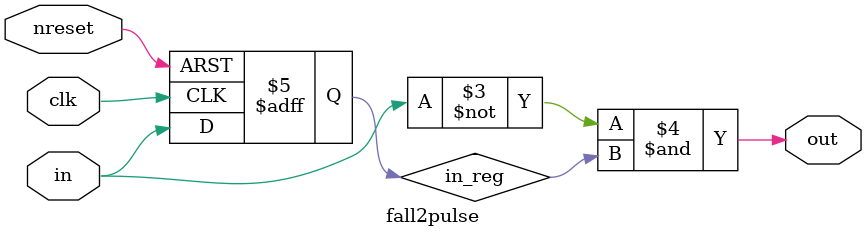
<source format=v>
module fall2pulse #(parameter DW = 1) //data width
   (
      input 	      clk, // clock  
      input 	      nreset, // async active low reset   
      input [DW-1:0]  in, // edge input
      output [DW-1:0] out     // one cycle pulse
    );
   
   reg [DW-1:0]    in_reg;

   always @ (posedge clk or negedge nreset)
     if(!nreset)
       in_reg[DW-1:0]  <= 'b0 ;
     else
       in_reg[DW-1:0]  <= in[DW-1:0] ;
   
   assign out[DW-1:0]  = ~in[DW-1:0] & in_reg[DW-1:0] ;
   
endmodule // fall2pulse
</source>
